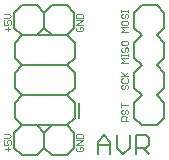
<source format=gto>
G75*
G70*
%OFA0B0*%
%FSLAX24Y24*%
%IPPOS*%
%LPD*%
%AMOC8*
5,1,8,0,0,1.08239X$1,22.5*
%
%ADD10C,0.0020*%
%ADD11C,0.0060*%
%ADD12C,0.0080*%
D10*
X000431Y000544D02*
X000431Y000691D01*
X000358Y000618D02*
X000504Y000618D01*
X000504Y000765D02*
X000541Y000802D01*
X000541Y000875D01*
X000504Y000912D01*
X000431Y000912D01*
X000394Y000875D01*
X000394Y000839D01*
X000431Y000765D01*
X000321Y000765D01*
X000321Y000912D01*
X000321Y000986D02*
X000468Y000986D01*
X000541Y001060D01*
X000468Y001133D01*
X000321Y001133D01*
X002721Y001096D02*
X002721Y000986D01*
X002941Y000986D01*
X002941Y001096D01*
X002904Y001133D01*
X002758Y001133D01*
X002721Y001096D01*
X002721Y000912D02*
X002941Y000912D01*
X002721Y000765D01*
X002941Y000765D01*
X002904Y000691D02*
X002831Y000691D01*
X002831Y000618D01*
X002758Y000691D02*
X002721Y000654D01*
X002721Y000581D01*
X002758Y000544D01*
X002904Y000544D01*
X002941Y000581D01*
X002941Y000654D01*
X002904Y000691D01*
X004226Y001566D02*
X004226Y001676D01*
X004263Y001713D01*
X004336Y001713D01*
X004373Y001676D01*
X004373Y001566D01*
X004446Y001566D02*
X004226Y001566D01*
X004373Y001640D02*
X004446Y001713D01*
X004409Y001787D02*
X004446Y001824D01*
X004446Y001897D01*
X004409Y001934D01*
X004373Y001934D01*
X004336Y001897D01*
X004336Y001824D01*
X004299Y001787D01*
X004263Y001787D01*
X004226Y001824D01*
X004226Y001897D01*
X004263Y001934D01*
X004226Y002008D02*
X004226Y002155D01*
X004226Y002082D02*
X004446Y002082D01*
X004409Y002606D02*
X004446Y002643D01*
X004446Y002716D01*
X004409Y002753D01*
X004373Y002753D01*
X004336Y002716D01*
X004336Y002643D01*
X004299Y002606D01*
X004263Y002606D01*
X004226Y002643D01*
X004226Y002716D01*
X004263Y002753D01*
X004263Y002827D02*
X004409Y002827D01*
X004446Y002864D01*
X004446Y002937D01*
X004409Y002974D01*
X004373Y003048D02*
X004226Y003195D01*
X004226Y003048D02*
X004446Y003048D01*
X004336Y003085D02*
X004446Y003195D01*
X004263Y002974D02*
X004226Y002937D01*
X004226Y002864D01*
X004263Y002827D01*
X004226Y003489D02*
X004299Y003562D01*
X004226Y003636D01*
X004446Y003636D01*
X004446Y003710D02*
X004446Y003783D01*
X004446Y003747D02*
X004226Y003747D01*
X004226Y003783D02*
X004226Y003710D01*
X004263Y003857D02*
X004226Y003894D01*
X004226Y003967D01*
X004263Y004004D01*
X004336Y003967D02*
X004373Y004004D01*
X004409Y004004D01*
X004446Y003967D01*
X004446Y003894D01*
X004409Y003857D01*
X004336Y003894D02*
X004336Y003967D01*
X004336Y003894D02*
X004299Y003857D01*
X004263Y003857D01*
X004263Y004078D02*
X004226Y004115D01*
X004226Y004188D01*
X004263Y004225D01*
X004409Y004225D01*
X004446Y004188D01*
X004446Y004115D01*
X004409Y004078D01*
X004263Y004078D01*
X004226Y004529D02*
X004299Y004602D01*
X004226Y004676D01*
X004446Y004676D01*
X004409Y004750D02*
X004446Y004787D01*
X004446Y004860D01*
X004409Y004897D01*
X004263Y004897D01*
X004226Y004860D01*
X004226Y004787D01*
X004263Y004750D01*
X004409Y004750D01*
X004409Y004971D02*
X004446Y005008D01*
X004446Y005081D01*
X004409Y005118D01*
X004373Y005118D01*
X004336Y005081D01*
X004336Y005008D01*
X004299Y004971D01*
X004263Y004971D01*
X004226Y005008D01*
X004226Y005081D01*
X004263Y005118D01*
X004226Y005192D02*
X004226Y005265D01*
X004226Y005229D02*
X004446Y005229D01*
X004446Y005265D02*
X004446Y005192D01*
X004446Y004529D02*
X004226Y004529D01*
X004226Y003489D02*
X004446Y003489D01*
X002941Y004581D02*
X002941Y004654D01*
X002904Y004691D01*
X002831Y004691D01*
X002831Y004618D01*
X002758Y004691D02*
X002721Y004654D01*
X002721Y004581D01*
X002758Y004544D01*
X002904Y004544D01*
X002941Y004581D01*
X002941Y004765D02*
X002721Y004765D01*
X002941Y004912D01*
X002721Y004912D01*
X002721Y004986D02*
X002721Y005096D01*
X002758Y005133D01*
X002904Y005133D01*
X002941Y005096D01*
X002941Y004986D01*
X002721Y004986D01*
X000541Y005060D02*
X000468Y005133D01*
X000321Y005133D01*
X000321Y004986D02*
X000468Y004986D01*
X000541Y005060D01*
X000504Y004912D02*
X000431Y004912D01*
X000394Y004875D01*
X000394Y004839D01*
X000431Y004765D01*
X000321Y004765D01*
X000321Y004912D01*
X000504Y004912D02*
X000541Y004875D01*
X000541Y004802D01*
X000504Y004765D01*
X000431Y004691D02*
X000431Y004544D01*
X000358Y004618D02*
X000504Y004618D01*
D11*
X000651Y004659D02*
X000651Y005159D01*
X000901Y005409D01*
X001401Y005409D01*
X001651Y005159D01*
X001651Y004659D01*
X001901Y004409D01*
X002401Y004409D01*
X002651Y004659D01*
X002651Y005159D01*
X002401Y005409D01*
X001901Y005409D01*
X001651Y005159D01*
X001651Y004659D01*
X001401Y004409D01*
X000901Y004409D01*
X000651Y004659D01*
X000901Y001409D02*
X000651Y001159D01*
X000651Y000659D01*
X000901Y000409D01*
X001401Y000409D01*
X001651Y000659D01*
X001901Y000409D01*
X002401Y000409D01*
X002651Y000659D01*
X002651Y001159D01*
X002401Y001409D01*
X001901Y001409D01*
X001651Y001159D01*
X001651Y000659D01*
X001651Y001159D01*
X001401Y001409D01*
X000901Y001409D01*
X003431Y000866D02*
X003431Y000439D01*
X003431Y000760D02*
X003858Y000760D01*
X003858Y000866D02*
X003858Y000439D01*
X004076Y000653D02*
X004289Y000439D01*
X004503Y000653D01*
X004503Y001080D01*
X004720Y001080D02*
X005040Y001080D01*
X005147Y000973D01*
X005147Y000760D01*
X005040Y000653D01*
X004720Y000653D01*
X004720Y000439D02*
X004720Y001080D01*
X004934Y000653D02*
X005147Y000439D01*
X004076Y000653D02*
X004076Y001080D01*
X003858Y000866D02*
X003645Y001080D01*
X003431Y000866D01*
D12*
X002793Y001659D02*
X002793Y002159D01*
X002661Y002159D02*
X002661Y001659D01*
X002411Y001409D01*
X000911Y001409D01*
X000661Y001659D01*
X000661Y002159D01*
X000911Y002409D01*
X002411Y002409D01*
X002661Y002659D01*
X002661Y003159D01*
X002411Y003409D01*
X000911Y003409D01*
X000661Y003659D01*
X000661Y004159D01*
X000911Y004409D01*
X002411Y004409D01*
X002661Y004159D01*
X002661Y003659D01*
X002411Y003409D01*
X002411Y002409D02*
X002661Y002159D01*
X000911Y002409D02*
X000661Y002659D01*
X000661Y003159D01*
X000911Y003409D01*
X004651Y003159D02*
X004651Y002659D01*
X004901Y002409D01*
X004651Y002159D01*
X004651Y001659D01*
X004901Y001409D01*
X005401Y001409D01*
X005651Y001659D01*
X005651Y002159D01*
X005401Y002409D01*
X005651Y002659D01*
X005651Y003159D01*
X005401Y003409D01*
X005651Y003659D01*
X005651Y004159D01*
X005401Y004409D01*
X005651Y004659D01*
X005651Y005159D01*
X005401Y005409D01*
X004901Y005409D01*
X004651Y005159D01*
X004651Y004659D01*
X004901Y004409D01*
X004651Y004159D01*
X004651Y003659D01*
X004901Y003409D01*
X004651Y003159D01*
M02*

</source>
